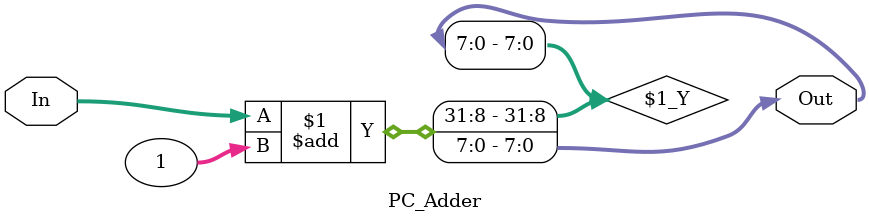
<source format=sv>
`timescale 1ns/1ps
module PC_Adder(
  input[7:0] In,
  output[7:0] Out
);
  
  assign Out = In+1;
endmodule

</source>
